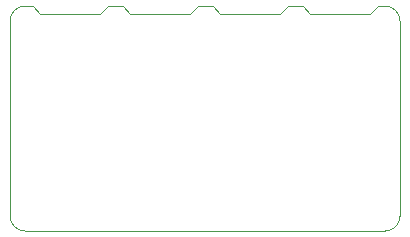
<source format=gbr>
%TF.GenerationSoftware,KiCad,Pcbnew,5.1.6-c6e7f7d~87~ubuntu18.04.1*%
%TF.CreationDate,2020-10-02T11:35:24-04:00*%
%TF.ProjectId,breadboard-io,62726561-6462-46f6-9172-642d696f2e6b,rev?*%
%TF.SameCoordinates,Original*%
%TF.FileFunction,Profile,NP*%
%FSLAX46Y46*%
G04 Gerber Fmt 4.6, Leading zero omitted, Abs format (unit mm)*
G04 Created by KiCad (PCBNEW 5.1.6-c6e7f7d~87~ubuntu18.04.1) date 2020-10-02 11:35:24*
%MOMM*%
%LPD*%
G01*
G04 APERTURE LIST*
%TA.AperFunction,Profile*%
%ADD10C,0.050000*%
%TD*%
G04 APERTURE END LIST*
D10*
X120650000Y-118110000D02*
X120650000Y-117475000D01*
X120650000Y-117475000D02*
X120650000Y-102870000D01*
X153670000Y-119380000D02*
X153670000Y-102870000D01*
X121920000Y-101600000D02*
X122555000Y-101600000D01*
X151765000Y-101600000D02*
X152400000Y-101600000D01*
X121920000Y-120650000D02*
X152400000Y-120650000D01*
X120650000Y-119380000D02*
X120650000Y-118745000D01*
X120650000Y-118745000D02*
X120650000Y-118110000D01*
X120650000Y-102870000D02*
G75*
G02*
X121920000Y-101600000I1270000J0D01*
G01*
X121920000Y-120650000D02*
G75*
G02*
X120650000Y-119380000I0J1270000D01*
G01*
X153670000Y-119380000D02*
G75*
G02*
X152400000Y-120650000I-1270000J0D01*
G01*
X152400000Y-101600000D02*
G75*
G02*
X153670000Y-102870000I0J-1270000D01*
G01*
X151130000Y-102235000D02*
X151765000Y-101600000D01*
X146050000Y-102235000D02*
X151130000Y-102235000D01*
X145415000Y-101600000D02*
X146050000Y-102235000D01*
X144145000Y-101600000D02*
X145415000Y-101600000D01*
X143510000Y-102235000D02*
X144145000Y-101600000D01*
X138430000Y-102235000D02*
X143510000Y-102235000D01*
X137795000Y-101600000D02*
X138430000Y-102235000D01*
X136525000Y-101600000D02*
X137795000Y-101600000D01*
X135890000Y-102235000D02*
X136525000Y-101600000D01*
X130810000Y-102235000D02*
X135890000Y-102235000D01*
X130175000Y-101600000D02*
X130810000Y-102235000D01*
X128905000Y-101600000D02*
X130175000Y-101600000D01*
X128270000Y-102235000D02*
X128905000Y-101600000D01*
X123190000Y-102235000D02*
X128270000Y-102235000D01*
X122555000Y-101600000D02*
X123190000Y-102235000D01*
M02*

</source>
